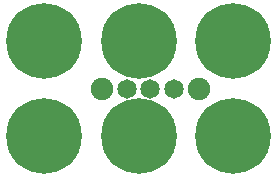
<source format=gts>
G04 #@! TF.FileFunction,Soldermask,Top*
%FSLAX46Y46*%
G04 Gerber Fmt 4.6, Leading zero omitted, Abs format (unit mm)*
G04 Created by KiCad (PCBNEW 4.0.1-3.201512221402+6198~38~ubuntu14.04.1-stable) date Tue 01 Mar 2016 10:09:15 PM PST*
%MOMM*%
G01*
G04 APERTURE LIST*
%ADD10C,0.100000*%
%ADD11C,6.400000*%
%ADD12C,1.650000*%
%ADD13C,1.900000*%
G04 APERTURE END LIST*
D10*
D11*
X143500000Y-85500000D03*
X127500000Y-93500000D03*
D12*
X136450000Y-89500000D03*
X138450000Y-89500000D03*
X134450000Y-89500000D03*
D13*
X132350000Y-89500000D03*
X140550000Y-89500000D03*
D11*
X143500000Y-93500000D03*
X127500000Y-85500000D03*
X135500000Y-85500000D03*
X135500000Y-93500000D03*
M02*

</source>
